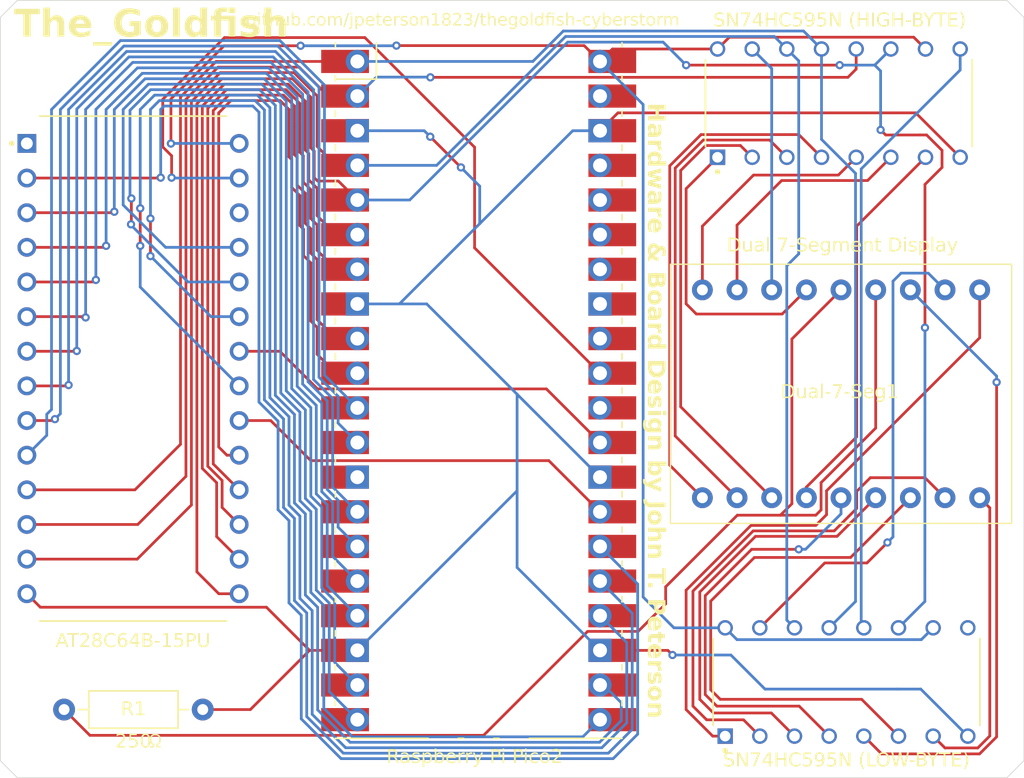
<source format=kicad_pcb>
(kicad_pcb (version 20240108) (generator "pcbnew") (generator_version "8.0")
  (title_block (title "Drako") (date "01/03/2025") (rev "1") (company "Quarter Project") (comment 1 "Access Controls & Covert Channels") (comment 2 "CyberStorm Challenge"))
  (layers (0 "F.Cu" signal) (31 "B.Cu" signal) (34 "B.Paste" user) (35 "F.Paste" user) (36 "B.SilkS" user "B.Silkscreen") (37 "F.SilkS" user "F.Silkscreen") (38 "B.Mask" user) (39 "F.Mask" user) (44 "Edge.Cuts" user))
  (net 0 "")
  (net 1 "Net-(U1-VBUS)")
  (net 8 "Net-(U2-GND)")
  (net 12 "Net-(Dual-7-Seg1-A_{2})")
  (net 13 "Net-(Dual-7-Seg1-F_{1})")
  (net 14 "Net-(Dual-7-Seg1-B_{2})")
  (net 15 "Net-(Dual-7-Seg1-E_{2})")
  (net 16 "Net-(Dual-7-Seg1-G_{2})")
  (net 17 "Net-(Dual-7-Seg1-DP_{1})")
  (net 18 "Net-(Dual-7-Seg1-GND_{1})")
  (net 19 "Net-(Dual-7-Seg1-A_{1})")
  (net 20 "Net-(Dual-7-Seg1-DP_{2})")
  (net 22 "Net-(Dual-7-Seg1-E_{1})")
  (net 23 "Net-(Dual-7-Seg1-C_{2})")
  (net 24 "Net-(Dual-7-Seg1-B_{1})")
  (net 25 "Net-(Dual-7-Seg1-D_{2})")
  (net 26 "Net-(Dual-7-Seg1-D_{1})")
  (net 27 "Net-(Dual-7-Seg1-F_{2})")
  (net 28 "Net-(Dual-7-Seg1-G_{1})")
  (net 29 "/DATA6")
  (net 30 "/DATA0")
  (net 31 "/DATA2")
  (net 32 "/DATA1")
  (net 33 "/DATA4")
  (net 34 "/DATA3")
  (net 35 "/DATA7")
  (net 36 "/DATA5")
  (net 37 "/A1")
  (net 38 "/A5")
  (net 39 "/A12")
  (net 40 "/A7")
  (net 41 "/A3")
  (net 42 "/A11")
  (net 43 "/A9")
  (net 44 "/A10")
  (net 45 "/A8")
  (net 46 "/A0")
  (net 47 "/A2")
  (net 48 "/A4")
  (net 49 "/A6")
  (net 50 "Net-(U1-GPIO26_ADC0)")
  (net 51 "Net-(U1-GPIO21)")
  (net 52 "Net-(U1-GPIO22)")
  (net 53 "Net-(U3-QH')")
  (net 54 "Net-(Dual-7-Seg1-C_{1})")
  (footprint "Resistor_THT:R_Axial_DIN0207_L6.3mm_D2.5mm_P10.16mm_Horizontal" (layer "F.Cu") (at 80.67 99.25)
    (property "Reference" "R1" (hide yes))
    (property "Value" "250")
  )
  (footprint "SN74HC595N:DIP794W45P254L1969H508Q16" (layer "F.Cu") (at 137.44 54.7875 90)
    (property "Reference" "U3" (hide yes))
    (property "Value" "SN74HC595N (HIGH-BYTE)")
  )
  (footprint "AT28C64B-15PU:DIP1555W45P254L3733H482Q28" (layer "F.Cu") (at 85.72125 74.25)
    (property "Reference" "U2" (hide yes))
    (property "Value" "AT28C64B-15PU")
  )
  (footprint "SN74HC595N:DIP794W45P254L1969H508Q16" (layer "F.Cu") (at 138 97.2275 90)
    (property "Reference" "U4" (hide yes))
    (property "Value" "SN74HC595N (LOW-BYTE)")
  )
  (footprint "MCU_RaspberryPi_and_Boards:RPi_Pico_SMD_TH" (layer "F.Cu") (at 111.05 75.86)
    (property "Reference" "U1" (hide yes))
    (property "Value" "Raspberry Pi Pico2")
  )
  (footprint "LDD-C514RI:LDD-C514RI" (layer "F.Cu") (at 125.1 66.6)
    (property "Reference" "Dual-7-Seg1")
    (property "Value" "Dual 7-Segment Display")
  )
  (gr_line (start 76 48.5) (end 77.25 47.25) (stroke (width 0.05)) (layer "Edge.Cuts"))
  (gr_line (start 76 103) (end 77.25 104.25) (stroke (width 0.05)) (layer "Edge.Cuts"))
  (gr_line (start 77.25 104.25) (end 149.75 104.25) (stroke (width 0.05)) (layer "Edge.Cuts"))
  (gr_line (start 149.75 47.25) (end 77.25 47.25) (stroke (width 0.05)) (layer "Edge.Cuts"))
  (gr_line (start 151 103) (end 151 48.5) (stroke (width 0.05)) (layer "Edge.Cuts"))
  (gr_line (start 76 48.5) (end 76 103) (stroke (width 0.05)) (layer "Edge.Cuts"))
  (gr_line (start 149.75 47.25) (end 151 48.5) (stroke (width 0.05)) (layer "Edge.Cuts"))
  (gr_line (start 149.75 104.25) (end 151 103) (stroke (width 0.05)) (layer "Edge.Cuts"))
  (gr_text "Ω" (at 86.775738 102.101017 0) (layer "F.SilkS") (effects (font (size 0.9 0.9) (thickness 0.1)) (justify left bottom)))
  (gr_text "Hardware & Board Design by John T. Peterson" (at 123.25 54.75 270) (layer "F.SilkS") (effects (font (size 1.25 1.25) (thickness 0.2) (bold yes)) (justify left bottom)))
  (gr_text "github.com/jpeterson1823/thegoldfish-cyberstorm" (at 94 49.25 0) (layer "F.SilkS") (effects (font (size 0.9 0.9) (thickness 0.1)) (justify left bottom)))
  (gr_text "The_Goldfish" (at 77 50.25 0) (layer "F.SilkS") (effects (font (size 2 2) (thickness 0.2) (bold yes) (italic yes)) (justify left bottom)))
  (segment (start 142.925 49.9525) (end 143.79 50.8175) (width 0.2) (layer "F.Cu") (net 1))
  (segment (start 105.019942 50.569404) (end 118.779404 50.569404) (width 0.2) (layer "F.Cu") (net 1))
  (segment (start 120.8525 50.8175) (end 128.55 50.8175) (width 0.2) (layer "F.Cu") (net 1))
  (segment (start 98 50.58) (end 92.394514 50.58) (width 0.2) (layer "F.Cu") (net 1))
  (segment (start 92.394514 50.58) (end 88.5 54.474514) (width 0.2) (layer "F.Cu") (net 1))
  (segment (start 88.5 54.474514) (end 88.5 57.75) (width 0.2) (layer "F.Cu") (net 1))
  (segment (start 119.94 51.73) (end 120.8525 50.8175) (width 0.2) (layer "F.Cu") (net 1))
  (segment (start 129.415 49.9525) (end 142.925 49.9525) (width 0.2) (layer "F.Cu") (net 1))
  (segment (start 118.779404 50.569404) (end 119.94 51.73) (width 0.2) (layer "F.Cu") (net 1))
  (segment (start 128.55 50.8175) (end 129.415 49.9525) (width 0.2) (layer "F.Cu") (net 1))
  (via (at 98 50.58) (size 0.6) (drill 0.3) (layers "F.Cu" "B.Cu") (net 1))
  (via (at 105.019942 50.569404) (size 0.6) (drill 0.3) (layers "F.Cu" "B.Cu") (net 1))
  (via (at 88.5 57.75) (size 0.6) (drill 0.3) (layers "F.Cu" "B.Cu") (net 1))
  (segment (start 129.11 93.2575) (end 129.975 94.1225) (width 0.2) (layer "B.Cu") (net 1))
  (segment (start 129.975 94.1225) (end 143.485 94.1225) (width 0.2) (layer "B.Cu") (net 1))
  (segment (start 125.3575 93.2575) (end 123.1 91) (width 0.2) (layer "B.Cu") (net 1))
  (segment (start 105.009346 50.58) (end 105.019942 50.569404) (width 0.2) (layer "B.Cu") (net 1))
  (segment (start 98 50.58) (end 105.009346 50.58) (width 0.2) (layer "B.Cu") (net 1))
  (segment (start 93.5 57.74) (end 88.51 57.74) (width 0.2) (layer "B.Cu") (net 1))
  (segment (start 88.51 57.74) (end 88.5 57.75) (width 0.2) (layer "B.Cu") (net 1))
  (segment (start 123.1 91) (end 123.1 54.89) (width 0.2) (layer "B.Cu") (net 1))
  (segment (start 123.1 54.89) (end 119.94 51.73) (width 0.2) (layer "B.Cu") (net 1))
  (segment (start 143.485 94.1225) (end 144.35 93.2575) (width 0.2) (layer "B.Cu") (net 1))
  (segment (start 129.11 93.2575) (end 125.3575 93.2575) (width 0.2) (layer "B.Cu") (net 1))
  (segment (start 94.32 99.25) (end 90.83 99.25) (width 0.2) (layer "F.Cu") (net 8))
  (segment (start 124.91 94.91) (end 119.94 94.91) (width 0.2) (layer "F.Cu") (net 8))
  (segment (start 95.499 91.749) (end 98.66 94.91) (width 0.2) (layer "F.Cu") (net 8))
  (segment (start 78.9315 91.749) (end 95.499 91.749) (width 0.2) (layer "F.Cu") (net 8))
  (segment (start 98.66 94.91) (end 94.32 99.25) (width 0.2) (layer "F.Cu") (net 8))
  (segment (start 98.66 94.91) (end 102.16 94.91) (width 0.2) (layer "F.Cu") (net 8))
  (segment (start 119.94 56.81) (end 121.25 55.5) (width 0.2) (layer "F.Cu") (net 8))
  (segment (start 107.5 57.25) (end 109.75 59.5) (width 0.2) (layer "F.Cu") (net 8))
  (segment (start 77.9425 90.76) (end 78.9315 91.749) (width 0.2) (layer "F.Cu") (net 8))
  (segment (start 125.25 95.25) (end 124.91 94.91) (width 0.2) (layer "F.Cu") (net 8))
  (segment (start 143.0725 55.5) (end 146.33 58.7575) (width 0.2) (layer "F.Cu") (net 8))
  (segment (start 121.25 55.5) (end 143.0725 55.5) (width 0.2) (layer "F.Cu") (net 8))
  (via (at 125.25 95.25) (size 0.6) (drill 0.3) (layers "F.Cu" "B.Cu") (net 8))
  (via (at 107.5 57.25) (size 0.6) (drill 0.3) (layers "F.Cu" "B.Cu") (net 8))
  (via (at 109.75 59.5) (size 0.6) (drill 0.3) (layers "F.Cu" "B.Cu") (net 8))
  (segment (start 109.75 59.5) (end 111.125 60.875) (width 0.2) (layer "B.Cu") (net 8))
  (segment (start 105.24 69.51) (end 111.125 63.625) (width 0.2) (layer "B.Cu") (net 8))
  (segment (start 102.16 56.81) (end 107.06 56.81) (width 0.2) (layer "B.Cu") (net 8))
  (segment (start 111.125 63.625) (end 117.94 56.81) (width 0.2) (layer "B.Cu") (net 8))
  (segment (start 143.4425 97.75) (end 141.75 97.75) (width 0.2) (layer "B.Cu") (net 8))
  (segment (start 146.89 101.1975) (end 143.4425 97.75) (width 0.2) (layer "B.Cu") (net 8))
  (segment (start 129.526346 95.25) (end 125.25 95.25) (width 0.2) (layer "B.Cu") (net 8))
  (segment (start 113.865 83.205) (end 113.865 88.835) (width 0.2) (layer "B.Cu") (net 8))
  (segment (start 141.75 97.75) (end 132.026346 97.75) (width 0.2) (layer "B.Cu") (net 8))
  (segment (start 117.94 56.81) (end 119.94 56.81) (width 0.2) (layer "B.Cu") (net 8))
  (segment (start 113.865 88.835) (end 119.94 94.91) (width 0.2) (layer "B.Cu") (net 8))
  (segment (start 105.24 69.51) (end 107.24 69.51) (width 0.2) (layer "B.Cu") (net 8))
  (segment (start 107.06 56.81) (end 107.5 57.25) (width 0.2) (layer "B.Cu") (net 8))
  (segment (start 132.026346 97.75) (end 129.526346 95.25) (width 0.2) (layer "B.Cu") (net 8))
  (segment (start 107.24 69.51) (end 113.865 76.135) (width 0.2) (layer "B.Cu") (net 8))
  (segment (start 113.865 83.205) (end 113.865 76.135) (width 0.2) (layer "B.Cu") (net 8))
  (segment (start 113.865 76.135) (end 119.94 82.21) (width 0.2) (layer "B.Cu") (net 8))
  (segment (start 102.16 94.91) (end 113.865 83.205) (width 0.2) (layer "B.Cu") (net 8))
  (segment (start 111.125 60.875) (end 111.125 63.625) (width 0.2) (layer "B.Cu") (net 8))
  (segment (start 102.16 69.51) (end 105.24 69.51) (width 0.2) (layer "B.Cu") (net 8))
  (segment (start 139.5 88.5) (end 141 87) (width 0.2) (layer "F.Cu") (net 12))
  (segment (start 136.4075 88.5) (end 139.5 88.5) (width 0.2) (layer "F.Cu") (net 12))
  (segment (start 131.65 93.2575) (end 136.4075 88.5) (width 0.2) (layer "F.Cu") (net 12))
  (via (at 141 87) (size 0.6) (drill 0.3) (layers "F.Cu" "B.Cu") (net 12))
  (segment (start 142 67.25) (end 143.99 67.25) (width 0.2) (layer "B.Cu") (net 12))
  (segment (start 141 87) (end 141.407159 86.592841) (width 0.2) (layer "B.Cu") (net 12))
  (segment (start 141.407159 67.842841) (end 142 67.25) (width 0.2) (layer "B.Cu") (net 12))
  (segment (start 143.99 67.25) (end 145.22 68.48) (width 0.2) (layer "B.Cu") (net 12))
  (segment (start 141.407159 86.592841) (end 141.407159 67.842841) (width 0.2) (layer "B.Cu") (net 12))
  (segment (start 131.188407 60.061593) (end 127.44 63.81) (width 0.2) (layer "F.Cu") (net 13))
  (segment (start 138.71 58.7575) (end 137.405907 60.061593) (width 0.2) (layer "F.Cu") (net 13))
  (segment (start 127.44 63.81) (end 127.44 68.48) (width 0.2) (layer "F.Cu") (net 13))
  (segment (start 137.405907 60.061593) (end 131.188407 60.061593) (width 0.2) (layer "F.Cu") (net 13))
  (segment (start 136.538 84.962) (end 136.538 83.212) (width 0.2) (layer "F.Cu") (net 14))
  (segment (start 129.11 101.1975) (end 128.1975 101.1975) (width 0.2) (layer "F.Cu") (net 14))
  (segment (start 136.538 83.212) (end 147.76 71.99) (width 0.2) (layer "F.Cu") (net 14))
  (segment (start 147.76 71.99) (end 147.76 68.48) (width 0.2) (layer "F.Cu") (net 14))
  (segment (start 126.25 99.25) (end 126.25 90.5) (width 0.2) (layer "F.Cu") (net 14))
  (segment (start 135.75 85.75) (end 136.538 84.962) (width 0.2) (layer "F.Cu") (net 14))
  (segment (start 126.25 90.5) (end 131 85.75) (width 0.2) (layer "F.Cu") (net 14))
  (segment (start 131 85.75) (end 135.75 85.75) (width 0.2) (layer "F.Cu") (net 14))
  (segment (start 128.1975 101.1975) (end 126.25 99.25) (width 0.2) (layer "F.Cu") (net 14))
  (segment (start 134.5325 99) (end 128.5 99) (width 0.2) (layer "F.Cu") (net 15))
  (segment (start 128.5 99) (end 127.65 98.15) (width 0.2) (layer "F.Cu") (net 15))
  (segment (start 127.65 98.15) (end 127.65 90.9) (width 0.2) (layer "F.Cu") (net 15))
  (segment (start 136.73 101.1975) (end 134.5325 99) (width 0.2) (layer "F.Cu") (net 15))
  (segment (start 131.05 87.5) (end 134.5 87.5) (width 0.2) (layer "F.Cu") (net 15))
  (segment (start 127.65 90.9) (end 131.05 87.5) (width 0.2) (layer "F.Cu") (net 15))
  (via (at 134.5 87.5) (size 0.6) (drill 0.3) (layers "F.Cu" "B.Cu") (net 15))
  (segment (start 134.5 87.5) (end 135 87.5) (width 0.2) (layer "B.Cu") (net 15))
  (segment (start 137.6 84.9) (end 137.6 83.72) (width 0.2) (layer "B.Cu") (net 15))
  (segment (start 135 87.5) (end 137.6 84.9) (width 0.2) (layer "B.Cu") (net 15))
  (segment (start 138.3 88.1) (end 142.68 83.72) (width 0.2) (layer "F.Cu") (net 16))
  (segment (start 139.1125 98.5) (end 128.75 98.5) (width 0.2) (layer "F.Cu") (net 16))
  (segment (start 141.81 101.1975) (end 139.1125 98.5) (width 0.2) (layer "F.Cu") (net 16))
  (segment (start 128.05 91.3) (end 131.25 88.1) (width 0.2) (layer "F.Cu") (net 16))
  (segment (start 128.75 98.5) (end 128.05 97.8) (width 0.2) (layer "F.Cu") (net 16))
  (segment (start 131.25 88.1) (end 138.3 88.1) (width 0.2) (layer "F.Cu") (net 16))
  (segment (start 128.05 97.8) (end 128.05 91.3) (width 0.2) (layer "F.Cu") (net 16))
  (segment (start 143.79 58.7575) (end 138.75 63.7975) (width 0.2) (layer "F.Cu") (net 17))
  (segment (start 135.06 82.94) (end 135.06 83.72) (width 0.2) (layer "F.Cu") (net 17))
  (segment (start 138.75 63.7975) (end 138.75 79.25) (width 0.2) (layer "F.Cu") (net 17))
  (segment (start 138.75 79.25) (end 135.06 82.94) (width 0.2) (layer "F.Cu") (net 17))
  (segment (start 133.998 84.159895) (end 133.998 72.082) (width 0.2) (layer "F.Cu") (net 18))
  (segment (start 124.75 90.25) (end 130 85) (width 0.2) (layer "F.Cu") (net 18))
  (segment (start 130 85) (end 133.157895 85) (width 0.2) (layer "F.Cu") (net 18))
  (segment (start 124.75 91.5) (end 124.75 90.25) (width 0.2) (layer "F.Cu") (net 18))
  (segment (start 136.138 84.612) (end 136.138 82.612) (width 0.2) (layer "F.Cu") (net 18))
  (segment (start 122.73 93.52) (end 124.75 91.5) (width 0.2) (layer "F.Cu") (net 18))
  (segment (start 135.75 85) (end 136.138 84.612) (width 0.2) (layer "F.Cu") (net 18))
  (segment (start 140.14 78.61) (end 140.14 68.48) (width 0.2) (layer "F.Cu") (net 18))
  (segment (start 119.03 93.52) (end 122.73 93.52) (width 0.2) (layer "F.Cu") (net 18))
  (segment (start 133.157895 85) (end 135.75 85) (width 0.2) (layer "F.Cu") (net 18))
  (segment (start 111.41 101.14) (end 119.03 93.52) (width 0.2) (layer "F.Cu") (net 18))
  (segment (start 80.67 99.25) (end 82.56 101.14) (width 0.2) (layer "F.Cu") (net 18))
  (segment (start 133.998 72.082) (end 137.6 68.48) (width 0.2) (layer "F.Cu") (net 18))
  (segment (start 82.56 101.14) (end 111.41 101.14) (width 0.2) (layer "F.Cu") (net 18))
  (segment (start 136.138 82.612) (end 140.14 78.61) (width 0.2) (layer "F.Cu") (net 18))
  (segment (start 133.157895 85) (end 133.998 84.159895) (width 0.2) (layer "F.Cu") (net 18))
  (segment (start 131.09 50.8175) (end 132.52 52.2475) (width 0.2) (layer "B.Cu") (net 19))
  (segment (start 132.52 52.2475) (end 132.52 68.48) (width 0.2) (layer "B.Cu") (net 19))
  (segment (start 148.5 84.46) (end 147.76 83.72) (width 0.2) (layer "F.Cu") (net 20))
  (segment (start 144.35 101.1975) (end 145.215 102.0625) (width 0.2) (layer "F.Cu") (net 20))
  (segment (start 148.5 101.184314) (end 148.5 84.46) (width 0.2) (layer "F.Cu") (net 20))
  (segment (start 147.621814 102.0625) (end 148.5 101.184314) (width 0.2) (layer "F.Cu") (net 20))
  (segment (start 145.215 102.0625) (end 147.621814 102.0625) (width 0.2) (layer "F.Cu") (net 20))
  (segment (start 136.17 58.7575) (end 134.505 57.0925) (width 0.2) (layer "F.Cu") (net 22))
  (segment (start 127.341814 57.0925) (end 125.05 59.384315) (width 0.2) (layer "F.Cu") (net 22))
  (segment (start 125.05 59.384315) (end 125.05 81.33) (width 0.2) (layer "F.Cu") (net 22))
  (segment (start 134.505 57.0925) (end 127.341814 57.0925) (width 0.2) (layer "F.Cu") (net 22))
  (segment (start 125.05 81.33) (end 127.44 83.72) (width 0.2) (layer "F.Cu") (net 22))
  (segment (start 137.1 86.15) (end 138.75 84.5) (width 0.2) (layer "F.Cu") (net 23))
  (segment (start 126.75 90.565686) (end 131.165686 86.15) (width 0.2) (layer "F.Cu") (net 23))
  (segment (start 131.65 101.1975) (end 130.4525 100) (width 0.2) (layer "F.Cu") (net 23))
  (segment (start 131.165686 86.15) (end 137.1 86.15) (width 0.2) (layer "F.Cu") (net 23))
  (segment (start 138.75 84.5) (end 138.75 83.25) (width 0.2) (layer "F.Cu") (net 23))
  (segment (start 130.4525 100) (end 127.75 100) (width 0.2) (layer "F.Cu") (net 23))
  (segment (start 138.75 83.25) (end 139.75 82.25) (width 0.2) (layer "F.Cu") (net 23))
  (segment (start 127.75 100) (end 126.75 99) (width 0.2) (layer "F.Cu") (net 23))
  (segment (start 126.75 99) (end 126.75 90.565686) (width 0.2) (layer "F.Cu") (net 23))
  (segment (start 143.75 82.25) (end 145.22 83.72) (width 0.2) (layer "F.Cu") (net 23))
  (segment (start 139.75 82.25) (end 143.75 82.25) (width 0.2) (layer "F.Cu") (net 23))
  (segment (start 126.25 69.5) (end 127 70.25) (width 0.2) (layer "F.Cu") (net 24))
  (segment (start 128.55 58.7575) (end 126.25 61.0575) (width 0.2) (layer "F.Cu") (net 24))
  (segment (start 127 70.25) (end 133.29 70.25) (width 0.2) (layer "F.Cu") (net 24))
  (segment (start 133.29 70.25) (end 135.06 68.48) (width 0.2) (layer "F.Cu") (net 24))
  (segment (start 126.25 61.0575) (end 126.25 69.5) (width 0.2) (layer "F.Cu") (net 24))
  (segment (start 134.19 101.1975) (end 132.4925 99.5) (width 0.2) (layer "F.Cu") (net 25))
  (segment (start 127.25 98.5) (end 127.25 90.631372) (width 0.2) (layer "F.Cu") (net 25))
  (segment (start 131.331372 86.55) (end 137.31 86.55) (width 0.2) (layer "F.Cu") (net 25))
  (segment (start 132.4925 99.5) (end 128.25 99.5) (width 0.2) (layer "F.Cu") (net 25))
  (segment (start 127.25 90.631372) (end 131.331372 86.55) (width 0.2) (layer "F.Cu") (net 25))
  (segment (start 128.25 99.5) (end 127.25 98.5) (width 0.2) (layer "F.Cu") (net 25))
  (segment (start 137.31 86.55) (end 140.14 83.72) (width 0.2) (layer "F.Cu") (net 25))
  (segment (start 132.365 57.4925) (end 127.5075 57.4925) (width 0.2) (layer "F.Cu") (net 26))
  (segment (start 125.45 79.19) (end 129.98 83.72) (width 0.2) (layer "F.Cu") (net 26))
  (segment (start 125.45 59.55) (end 125.45 79.19) (width 0.2) (layer "F.Cu") (net 26))
  (segment (start 127.5075 57.4925) (end 125.45 59.55) (width 0.2) (layer "F.Cu") (net 26))
  (segment (start 133.63 58.7575) (end 132.365 57.4925) (width 0.2) (layer "F.Cu") (net 26))
  (segment (start 140.5725 102.5) (end 147 102.5) (width 0.2) (layer "F.Cu") (net 27))
  (segment (start 147.75 102.5) (end 149 101.25) (width 0.2) (layer "F.Cu") (net 27))
  (segment (start 139.27 101.1975) (end 140.5725 102.5) (width 0.2) (layer "F.Cu") (net 27))
  (segment (start 149 101.25) (end 149 75.25) (width 0.2) (layer "F.Cu") (net 27))
  (segment (start 147 102.5) (end 147.75 102.5) (width 0.2) (layer "F.Cu") (net 27))
  (via (at 149 75.25) (size 0.6) (drill 0.3) (layers "F.Cu" "B.Cu") (net 27))
  (segment (start 149 75.25) (end 149 74.8) (width 0.2) (layer "B.Cu") (net 27))
  (segment (start 149 74.8) (end 142.68 68.48) (width 0.2) (layer "B.Cu") (net 27))
  (segment (start 139.545907 60.461593) (end 133.25 60.461593) (width 0.2) (layer "F.Cu") (net 28))
  (segment (start 129.98 63.731593) (end 129.98 68.48) (width 0.2) (layer "F.Cu") (net 28))
  (segment (start 133.25 60.461593) (end 129.98 63.731593) (width 0.2) (layer "F.Cu") (net 28))
  (segment (start 141.25 58.7575) (end 139.545907 60.461593) (width 0.2) (layer "F.Cu") (net 28))
  (segment (start 98.75 64) (end 98.35 63.6) (width 0.2) (layer "F.Cu") (net 29))
  (segment (start 92.734314 54.2) (end 91.6 55.334314) (width 0.2) (layer "F.Cu") (net 29))
  (segment (start 98.35 63.6) (end 98.35 61.4) (width 0.2) (layer "F.Cu") (net 29))
  (segment (start 96.75 54.2) (end 92.734314 54.2) (width 0.2) (layer "F.Cu") (net 29))
  (segment (start 91.6 55.334314) (end 91.6 81.24) (width 0.2) (layer "F.Cu") (net 29))
  (segment (start 97.55 58.562741) (end 97.55 55) (width 0.2) (layer "F.Cu") (net 29))
  (segment (start 99.21 66.25) (end 98.75 65.79) (width 0.2) (layer "F.Cu") (net 29))
  (segment (start 100.6 72.05) (end 99.21 70.66) (width 0.2) (layer "F.Cu") (net 29))
  (segment (start 97.75 60.8) (end 97.75 58.762741) (width 0.2) (layer "F.Cu") (net 29))
  (segment (start 91.6 81.24) (end 93.5 83.14) (width 0.2) (layer "F.Cu") (net 29))
  (segment (start 97.55 55) (end 96.75 54.2) (width 0.2) (layer "F.Cu") (net 29))
  (segment (start 98.35 61.4) (end 97.75 60.8) (width 0.2) (layer "F.Cu") (net 29))
  (segment (start 97.75 58.762741) (end 97.55 58.562741) (width 0.2) (layer "F.Cu") (net 29))
  (segment (start 102.16 72.05) (end 100.6 72.05) (width 0.2) (layer "F.Cu") (net 29))
  (segment (start 98.75 65.79) (end 98.75 64) (width 0.2) (layer "F.Cu") (net 29))
  (segment (start 99.21 70.66) (end 99.21 66.25) (width 0.2) (layer "F.Cu") (net 29))
  (segment (start 85.86 83.14) (end 89.2 79.8) (width 0.2) (layer "F.Cu") (net 30))
  (segment (start 77.9425 83.14) (end 85.86 83.14) (width 0.2) (layer "F.Cu") (net 30))
  (segment (start 89.2 54.340199) (end 91.810199 51.73) (width 0.2) (layer "F.Cu") (net 30))
  (segment (start 89.2 79.8) (end 89.2 54.340199) (width 0.2) (layer "F.Cu") (net 30))
  (segment (start 91.810199 51.73) (end 102.16 51.73) (width 0.2) (layer "F.Cu") (net 30))
  (segment (start 115.02 51.73) (end 117.25 49.5) (width 0.2) (layer "B.Cu") (net 30))
  (segment (start 136.73 93.2575) (end 138.662 91.3255) (width 0.2) (layer "B.Cu") (net 30))
  (segment (start 138.662 59.932795) (end 136.17 57.440795) (width 0.2) (layer "B.Cu") (net 30))
  (segment (start 117.25 49.5) (end 134.8525 49.5) (width 0.2) (layer "B.Cu") (net 30))
  (segment (start 136.17 57.440795) (end 136.17 50.8175) (width 0.2) (layer "B.Cu") (net 30))
  (segment (start 102.16 51.73) (end 115.02 51.73) (width 0.2) (layer "B.Cu") (net 30))
  (segment (start 138.662 91.3255) (end 138.662 59.932795) (width 0.2) (layer "B.Cu") (net 30))
  (segment (start 134.8525 49.5) (end 136.17 50.8175) (width 0.2) (layer "B.Cu") (net 30))
  (segment (start 90 54.671571) (end 92.121571 52.55) (width 0.2) (layer "F.Cu") (net 31))
  (segment (start 97.51 52.55) (end 99.21 54.25) (width 0.2) (layer "F.Cu") (net 31))
  (segment (start 99.21 57.96) (end 100.6 59.35) (width 0.2) (layer "F.Cu") (net 31))
  (segment (start 86.03 88.22) (end 90 84.25) (width 0.2) (layer "F.Cu") (net 31))
  (segment (start 100.6 59.35) (end 102.16 59.35) (width 0.2) (layer "F.Cu") (net 31))
  (segment (start 92.121571 52.55) (end 97.51 52.55) (width 0.2) (layer "F.Cu") (net 31))
  (segment (start 99.21 54.25) (end 99.21 57.96) (width 0.2) (layer "F.Cu") (net 31))
  (segment (start 90 84.25) (end 90 54.671571) (width 0.2) (layer "F.Cu") (net 31))
  (segment (start 77.9425 88.22) (end 86.03 88.22) (width 0.2) (layer "F.Cu") (net 31))
  (segment (start 133.625 92.6925) (end 133.625 66.713) (width 0.2) (layer "B.Cu") (net 31))
  (segment (start 134.19 93.2575) (end 133.625 92.6925) (width 0.2) (layer "B.Cu") (net 31))
  (segment (start 133.625 66.713) (end 134.5 65.838) (width 0.2) (layer "B.Cu") (net 31))
  (segment (start 134.5 65.838) (end 134.5 51.6875) (width 0.2) (layer "B.Cu") (net 31))
  (segment (start 134.5 51.6875) (end 133.63 50.8175) (width 0.2) (layer "B.Cu") (net 31))
  (segment (start 117.415686 49.9) (end 107.965686 59.35) (width 0.2) (layer "B.Cu") (net 31))
  (segment (start 107.965686 59.35) (end 102.16 59.35) (width 0.2) (layer "B.Cu") (net 31))
  (segment (start 133.63 50.8175) (end 132.7125 49.9) (width 0.2) (layer "B.Cu") (net 31))
  (segment (start 132.7125 49.9) (end 117.415686 49.9) (width 0.2) (layer "B.Cu") (net 31))
  (segment (start 89.6 82.15) (end 89.6 54.505885) (width 0.2) (layer "F.Cu") (net 32))
  (segment (start 91.955886 52.15) (end 97.9 52.15) (width 0.2) (layer "F.Cu") (net 32))
  (segment (start 77.9425 85.68) (end 86.07 85.68) (width 0.2) (layer "F.Cu") (net 32))
  (segment (start 138.105605 52.894395) (end 138.71 52.29) (width 0.2) (layer "F.Cu") (net 32))
  (segment (start 97.9 52.15) (end 100.02 54.27) (width 0.2) (layer "F.Cu") (net 32))
  (segment (start 107.510172 52.894395) (end 138.105605 52.894395) (width 0.2) (layer "F.Cu") (net 32))
  (segment (start 100.02 54.27) (end 102.16 54.27) (width 0.2) (layer "F.Cu") (net 32))
  (segment (start 89.6 54.505885) (end 91.955886 52.15) (width 0.2) (layer "F.Cu") (net 32))
  (segment (start 138.71 52.29) (end 138.71 50.8175) (width 0.2) (layer "F.Cu") (net 32))
  (segment (start 86.07 85.68) (end 89.6 82.15) (width 0.2) (layer "F.Cu") (net 32))
  (via (at 107.510172 52.894395) (size 0.6) (drill 0.3) (layers "F.Cu" "B.Cu") (net 32))
  (segment (start 107.495777 52.88) (end 107.510172 52.894395) (width 0.2) (layer "B.Cu") (net 32))
  (segment (start 103.55 52.88) (end 107.495777 52.88) (width 0.2) (layer "B.Cu") (net 32))
  (segment (start 102.16 54.27) (end 103.55 52.88) (width 0.2) (layer "B.Cu") (net 32))
  (segment (start 98.6 58.481372) (end 98.6 60.415685) (width 0.2) (layer "F.Cu") (net 33))
  (segment (start 93.5 88.22) (end 91.85 86.57) (width 0.2) (layer "F.Cu") (net 33))
  (segment (start 91.85 86.57) (end 91.85 82.621372) (width 0.2) (layer "F.Cu") (net 33))
  (segment (start 92.402943 53.4) (end 97.1 53.4) (width 0.2) (layer "F.Cu") (net 33))
  (segment (start 99.21 63.04) (end 100.6 64.43) (width 0.2) (layer "F.Cu") (net 33))
  (segment (start 90.8 81.571371) (end 90.8 55.002943) (width 0.2) (layer "F.Cu") (net 33))
  (segment (start 100.6 64.43) (end 102.16 64.43) (width 0.2) (layer "F.Cu") (net 33))
  (segment (start 97.1 53.4) (end 98.35 54.65) (width 0.2) (layer "F.Cu") (net 33))
  (segment (start 90.8 55.002943) (end 92.402943 53.4) (width 0.2) (layer "F.Cu") (net 33))
  (segment (start 99.21 61) (end 99.21 63.04) (width 0.2) (layer "F.Cu") (net 33))
  (segment (start 99.184315 61) (end 99.21 61) (width 0.2) (layer "F.Cu") (net 33))
  (segment (start 91.85 82.621372) (end 90.8 81.571371) (width 0.2) (layer "F.Cu") (net 33))
  (segment (start 98.35 54.65) (end 98.35 58.231371) (width 0.2) (layer "F.Cu") (net 33))
  (segment (start 98.35 58.231371) (end 98.6 58.481372) (width 0.2) (layer "F.Cu") (net 33))
  (segment (start 98.6 60.415685) (end 99.184315 61) (width 0.2) (layer "F.Cu") (net 33))
  (segment (start 143.75 60.75) (end 145 59.5) (width 0.2) (layer "F.Cu") (net 34))
  (segment (start 145 58.25) (end 143.872102 57.122102) (width 0.2) (layer "F.Cu") (net 34))
  (segment (start 99 58.315686) (end 99 60.25) (width 0.2) (layer "F.Cu") (net 34))
  (segment (start 97.394314 53) (end 98.75 54.355686) (width 0.2) (layer "F.Cu") (net 34))
  (segment (start 99 60.25) (end 99.25 60.5) (width 0.2) (layer "F.Cu") (net 34))
  (segment (start 90.4 89.15) (end 90.4 54.837257) (width 0.2) (layer "F.Cu") (net 34))
  (segment (start 92.01 90.76) (end 90.4 89.15) (width 0.2) (layer "F.Cu") (net 34))
  (segment (start 93.5 90.76) (end 92.01 90.76) (width 0.2) (layer "F.Cu") (net 34))
  (segment (start 143.377898 57.122102) (end 140.872102 57.122102) (width 0.2) (layer "F.Cu") (net 34))
  (segment (start 92.237258 53) (end 97.394314 53) (width 0.2) (layer "F.Cu") (net 34))
  (segment (start 90.4 54.837257) (end 92.237258 53) (width 0.2) (layer "F.Cu") (net 34))
  (segment (start 98.75 54.355686) (end 98.75 58.065686) (width 0.2) (layer "F.Cu") (net 34))
  (segment (start 140.872102 57.122102) (end 140.5 56.75) (width 0.2) (layer "F.Cu") (net 34))
  (segment (start 99.25 60.5) (end 100.77 60.5) (width 0.2) (layer "F.Cu") (net 34))
  (segment (start 98.75 58.065686) (end 99 58.315686) (width 0.2) (layer "F.Cu") (net 34))
  (segment (start 143.872102 57.122102) (end 143.377898 57.122102) (width 0.2) (layer "F.Cu") (net 34))
  (segment (start 126.25 52) (end 137.5 52) (width 0.2) (layer "F.Cu") (net 34))
  (segment (start 145 59.5) (end 145 58.25) (width 0.2) (layer "F.Cu") (net 34))
  (segment (start 100.77 60.5) (end 102.16 61.89) (width 0.2) (layer "F.Cu") (net 34))
  (segment (start 143.75 71.25) (end 143.75 60.75) (width 0.2) (layer "F.Cu") (net 34))
  (via (at 143.75 71.25) (size 0.6) (drill 0.3) (layers "F.Cu" "B.Cu") (net 34))
  (via (at 137.5 52) (size 0.6) (drill 0.3) (layers "F.Cu" "B.Cu") (net 34))
  (via (at 126.25 52) (size 0.6) (drill 0.3) (layers "F.Cu" "B.Cu") (net 34))
  (via (at 140.5 56.75) (size 0.6) (drill 0.3) (layers "F.Cu" "B.Cu") (net 34))
  (segment (start 137.5 52) (end 140.0675 52) (width 0.2) (layer "B.Cu") (net 34))
  (segment (start 102.16 61.89) (end 105.991372 61.89) (width 0.2) (layer "B.Cu") (net 34))
  (segment (start 140.5 56.75) (end 140.5 52.4325) (width 0.2) (layer "B.Cu") (net 34))
  (segment (start 141.81 93.2575) (end 143.742 91.3255) (width 0.2) (layer "B.Cu") (net 34))
  (segment (start 124.565686 50.315686) (end 126.25 52) (width 0.2) (layer "B.Cu") (net 34))
  (segment (start 140.0675 52) (end 141.25 50.8175) (width 0.2) (layer "B.Cu") (net 34))
  (segment (start 105.991372 61.89) (end 117.565686 50.315686) (width 0.2) (layer "B.Cu") (net 34))
  (segment (start 143.75 71.25) (end 143.742 71.258) (width 0.2) (layer "B.Cu") (net 34))
  (segment (start 117.565686 50.315686) (end 124.565686 50.315686) (width 0.2) (layer "B.Cu") (net 34))
  (segment (start 140.5 52.4325) (end 140.0675 52) (width 0.2) (layer "B.Cu") (net 34))
  (segment (start 143.742 91.3255) (end 143.75 71.25) (width 0.2) (layer "B.Cu") (net 34))
  (segment (start 92.9 54.6) (end 92 55.5) (width 0.2) (layer "F.Cu") (net 35))
  (segment (start 92.6 80.6) (end 93.5 80.6) (width 0.2) (layer "F.Cu") (net 35))
  (segment (start 92 55.5) (end 92 80) (width 0.2) (layer "F.Cu") (net 35))
  (segment (start 92 80) (end 92.6 80.6) (width 0.2) (layer "F.Cu") (net 35))
  (segment (start 100.6 74.59) (end 99.21 73.2) (width 0.2) (layer "F.Cu") (net 35))
  (segment (start 97.35 60.965685) (end 97.35 58.928427) (width 0.2) (layer "F.Cu") (net 35))
  (segment (start 102.16 74.59) (end 100.6 74.59) (width 0.2) (layer "F.Cu") (net 35))
  (segment (start 96.5 54.6) (end 92.9 54.6) (width 0.2) (layer "F.Cu") (net 35))
  (segment (start 99.21 71.225686) (end 98.75 70.765685) (width 0.2) (layer "F.Cu") (net 35))
  (segment (start 97.95 63.765685) (end 97.95 61.565686) (width 0.2) (layer "F.Cu") (net 35))
  (segment (start 97.35 58.928427) (end 97.15 58.728426) (width 0.2) (layer "F.Cu") (net 35))
  (segment (start 98.217157 64.032843) (end 97.95 63.765685) (width 0.2) (layer "F.Cu") (net 35))
  (segment (start 97.15 55.25) (end 96.5 54.6) (width 0.2) (layer "F.Cu") (net 35))
  (segment (start 97.15 58.728426) (end 97.15 55.25) (width 0.2) (layer "F.Cu") (net 35))
  (segment (start 98.75 70.765685) (end 98.75 66.5) (width 0.2) (layer "F.Cu") (net 35))
  (segment (start 97.95 61.565686) (end 97.35 60.965685) (width 0.2) (layer "F.Cu") (net 35))
  (segment (start 99.21 73.2) (end 99.21 71.225686) (width 0.2) (layer "F.Cu") (net 35))
  (segment (start 98.75 66.5) (end 98.217157 65.967157) (width 0.2) (layer "F.Cu") (net 35))
  (segment (start 98.217157 65.967157) (end 98.217157 64.032843) (width 0.2) (layer "F.Cu") (net 35))
  (segment (start 91.2 81.405686) (end 92.25 82.455686) (width 0.2) (layer "F.Cu") (net 36))
  (segment (start 102.16 66.97) (end 100.6 66.97) (width 0.2) (layer "F.Cu") (net 36))
  (segment (start 91.2 55.168629) (end 91.2 81.405686) (width 0.2) (layer "F.Cu") (net 36))
  (segment (start 98.75 63.25) (end 98.75 61.131371) (width 0.2) (layer "F.Cu") (net 36))
  (segment (start 99.21 63.71) (end 98.75 63.25) (width 0.2) (layer "F.Cu") (net 36))
  (segment (start 97.95 54.815686) (end 96.934314 53.8) (width 0.2) (layer "F.Cu") (net 36))
  (segment (start 97.95 58.397056) (end 97.95 54.815686) (width 0.2) (layer "F.Cu") (net 36))
  (segment (start 98.2 60.58137) (end 98.2 58.647057) (width 0.2) (layer "F.Cu") (net 36))
  (segment (start 100.6 66.97) (end 99.21 65.58) (width 0.2) (layer "F.Cu") (net 36))
  (segment (start 98.2 58.647057) (end 97.95 58.397056) (width 0.2) (layer "F.Cu") (net 36))
  (segment (start 92.25 84.43) (end 93.5 85.68) (width 0.2) (layer "F.Cu") (net 36))
  (segment (start 98.75 61.131371) (end 98.2 60.58137) (width 0.2) (layer "F.Cu") (net 36))
  (segment (start 99.21 65.58) (end 99.21 63.71) (width 0.2) (layer "F.Cu") (net 36))
  (segment (start 92.568628 53.8) (end 91.2 55.168629) (width 0.2) (layer "F.Cu") (net 36))
  (segment (start 92.25 82.455686) (end 92.25 84.43) (width 0.2) (layer "F.Cu") (net 36))
  (segment (start 96.934314 53.8) (end 92.568628 53.8) (width 0.2) (layer "F.Cu") (net 36))
  (segment (start 79.8975 78.06) (end 77.9425 78.06) (width 0.2) (layer "F.Cu") (net 37))
  (segment (start 80 77.9575) (end 79.8975 78.06) (width 0.2) (layer "F.Cu") (net 37))
  (via (at 80 77.9575) (size 0.6) (drill 0.3) (layers "F.Cu" "B.Cu") (net 37))
  (segment (start 80.4 55.25) (end 80.4 77.5575) (width 0.2) (layer "B.Cu") (net 37))
  (segment (start 96.322535 50.6) (end 85.05 50.6) (width 0.2) (layer "B.Cu") (net 37))
  (segment (start 85.05 50.6) (end 80.4 55.25) (width 0.2) (layer "B.Cu") (net 37))
  (segment (start 100.75 76.285686) (end 99.35 74.885686) (width 0.2) (layer "B.Cu") (net 37))
  (segment (start 102.16 79.66) (end 100.75 78.25) (width 0.2) (layer "B.Cu") (net 37))
  (segment (start 100.75 78.25) (end 100.75 76.285686) (width 0.2) (layer "B.Cu") (net 37))
  (segment (start 99.35 74.885686) (end 99.35 53.627463) (width 0.2) (layer "B.Cu") (net 37))
  (segment (start 102.16 79.67) (end 102.16 79.66) (width 0.2) (layer "B.Cu") (net 37))
  (segment (start 80.4 77.5575) (end 80 77.9575) (width 0.2) (layer "B.Cu") (net 37))
  (segment (start 99.35 53.627463) (end 96.322535 50.6) (width 0.2) (layer "B.Cu") (net 37))
  (segment (start 83 67.75) (end 82.85 67.9) (width 0.2) (layer "F.Cu") (net 38))
  (segment (start 82.85 67.9) (end 77.9425 67.9) (width 0.2) (layer "F.Cu") (net 38))
  (via (at 83 67.75) (size 0.6) (drill 0.3) (layers "F.Cu" "B.Cu") (net 38))
  (segment (start 97.75 75.548426) (end 99.15 76.948427) (width 0.2) (layer "B.Cu") (net 38))
  (segment (start 99.95 90.16) (end 102.16 92.37) (width 0.2) (layer "B.Cu") (net 38))
  (segment (start 95.659795 52.2) (end 97.749996 54.290198) (width 0.2) (layer "B.Cu") (net 38))
  (segment (start 97.749996 54.290198) (end 97.75 56.5) (width 0.2) (layer "B.Cu") (net 38))
  (segment (start 99.15 83.437055) (end 99.95 84.237057) (width 0.2) (layer "B.Cu") (net 38))
  (segment (start 83 55.25) (end 86.05 52.2) (width 0.2) (layer "B.Cu") (net 38))
  (segment (start 99.15 76.948427) (end 99.15 83.437055) (width 0.2) (layer "B.Cu") (net 38))
  (segment (start 83 67.75) (end 83 55.25) (width 0.2) (layer "B.Cu") (net 38))
  (segment (start 99.95 84.237057) (end 99.95 90.16) (width 0.2) (layer "B.Cu") (net 38))
  (segment (start 86.05 52.2) (end 95.659795 52.2) (width 0.2) (layer "B.Cu") (net 38))
  (segment (start 97.75 56.5) (end 97.75 75.548426) (width 0.2) (layer "B.Cu") (net 38))
  (segment (start 87.75 60.25) (end 87.5 60.25) (width 0.2) (layer "F.Cu") (net 39))
  (segment (start 87.5 60.25) (end 87.47 60.28) (width 0.2) (layer "F.Cu") (net 39))
  (segment (start 87.47 60.28) (end 77.9425 60.28) (width 0.2) (layer "F.Cu") (net 39))
  (via (at 87.75 60.25) (size 0.6) (drill 0.3) (layers "F.Cu" "B.Cu") (net 39))
  (segment (start 98.05 99.93137) (end 98.05 92.331372) (width 0.2) (layer "B.Cu") (net 39))
  (segment (start 94.95 55.45) (end 94.5 55) (width 0.2) (layer "B.Cu") (net 39))
  (segment (start 122.7 101.05) (end 120.9 102.85) (width 0.2) (layer "B.Cu") (net 39))
  (segment (start 97.15 91.43137) (end 97.15 85.396852) (width 0.2) (layer "B.Cu") (net 39))
  (segment (start 96.35 78.108224) (end 94.95 76.708221) (width 0.2) (layer "B.Cu") (net 39))
  (segment (start 94.5 55) (end 88 55) (width 0.2) (layer "B.Cu") (net 39))
  (segment (start 87.75 55.25) (end 87.75 60.25) (width 0.2) (layer "B.Cu") (net 39))
  (segment (start 98.05 92.331372) (end 97.15 91.43137) (width 0.2) (layer "B.Cu") (net 39))
  (segment (start 122.7 90.05) (end 122.7 101.05) (width 0.2) (layer "B.Cu") (net 39))
  (segment (start 120.9 102.85) (end 100.968628 102.85) (width 0.2) (layer "B.Cu") (net 39))
  (segment (start 97.15 85.396852) (end 96.35 84.59685) (width 0.2) (layer "B.Cu") (net 39))
  (segment (start 119.94 87.29) (end 122.7 90.05) (width 0.2) (layer "B.Cu") (net 39))
  (segment (start 94.95 76.708221) (end 94.95 55.45) (width 0.2) (layer "B.Cu") (net 39))
  (segment (start 88 55) (end 87.75 55.25) (width 0.2) (layer "B.Cu") (net 39))
  (segment (start 96.35 84.59685) (end 96.35 78.108224) (width 0.2) (layer "B.Cu") (net 39))
  (segment (start 100.968628 102.85) (end 98.05 99.93137) (width 0.2) (layer "B.Cu") (net 39))
  (segment (start 84.35 62.75) (end 84.28 62.82) (width 0.2) (layer "F.Cu") (net 40))
  (segment (start 84.28 62.82) (end 77.9425 62.82) (width 0.2) (layer "F.Cu") (net 40))
  (via (at 84.35 62.75) (size 0.6) (drill 0.3) (layers "F.Cu" "B.Cu") (net 40))
  (segment (start 98.35 83.768425) (end 99.15 84.568426) (width 0.2) (layer "B.Cu") (net 40))
  (segment (start 95.328425 53) (end 96.949998 54.62157) (width 0.2) (layer "B.Cu") (net 40))
  (segment (start 99.15 90.49137) (end 100.1 91.441372) (width 0.2) (layer "B.Cu") (net 40))
  (segment (start 84.35 55.25) (end 86.6 53) (width 0.2) (layer "B.Cu") (net 40))
  (segment (start 98.35 77.279799) (end 98.35 83.768425) (width 0.2) (layer "B.Cu") (net 40))
  (segment (start 99.15 84.568426) (end 99.15 90.49137) (width 0.2) (layer "B.Cu") (net 40))
  (segment (start 84.35 62.75) (end 84.35 55.25) (width 0.2) (layer "B.Cu") (net 40))
  (segment (start 96.95 75.879796) (end 98.35 77.279799) (width 0.2) (layer "B.Cu") (net 40))
  (segment (start 100.1 97.93) (end 102.16 99.99) (width 0.2) (layer "B.Cu") (net 40))
  (segment (start 96.949998 54.62157) (end 96.95 75.879796) (width 0.2) (layer "B.Cu") (net 40))
  (segment (start 86.6 53) (end 95.328425 53) (width 0.2) (layer "B.Cu") (net 40))
  (segment (start 100.1 91.441372) (end 100.1 97.93) (width 0.2) (layer "B.Cu") (net 40))
  (segment (start 81.5775 72.98) (end 77.9425 72.98) (width 0.2) (layer "F.Cu") (net 41))
  (segment (start 81.6 72.9575) (end 81.5775 72.98) (width 0.2) (layer "F.Cu") (net 41))
  (via (at 81.6 72.9575) (size 0.6) (drill 0.3) (layers "F.Cu" "B.Cu") (net 41))
  (segment (start 99.95 76.617056) (end 99.95 83.105685) (width 0.2) (layer "B.Cu") (net 41))
  (segment (start 98.55 53.958835) (end 98.55 75.217056) (width 0.2) (layer "B.Cu") (net 41))
  (segment (start 81.6 72.9575) (end 81.6 55.215686) (width 0.2) (layer "B.Cu") (net 41))
  (segment (start 95.991165 51.4) (end 98.55 53.958835) (width 0.2) (layer "B.Cu") (net 41))
  (segment (start 99.95 83.105685) (end 100.75 83.905685) (width 0.2) (layer "B.Cu") (net 41))
  (segment (start 85.415686 51.4) (end 95.991165 51.4) (width 0.2) (layer "B.Cu") (net 41))
  (segment (start 100.75 83.905685) (end 100.75 85.88) (width 0.2) (layer "B.Cu") (net 41))
  (segment (start 98.55 75.217056) (end 99.95 76.617056) (width 0.2) (layer "B.Cu") (net 41))
  (segment (start 100.75 85.88) (end 102.16 87.29) (width 0.2) (layer "B.Cu") (net 41))
  (segment (start 81.6 55.215686) (end 85.415686 51.4) (width 0.2) (layer "B.Cu") (net 41))
  (segment (start 87 66) (end 87 63.25) (width 0.2) (layer "F.Cu") (net 42))
  (via (at 87 66) (size 0.6) (drill 0.3) (layers "F.Cu" "B.Cu") (net 42))
  (via (at 87 63.25) (size 0.6) (drill 0.3) (layers "F.Cu" "B.Cu") (net 42))
  (segment (start 119.94 89.83) (end 122.3 92.19) (width 0.2) (layer "B.Cu") (net 42))
  (segment (start 91.44 70.44) (end 93.5 70.44) (width 0.2) (layer "B.Cu") (net 42))
  (segment (start 98.45 99.765685) (end 98.45 92.165686) (width 0.2) (layer "B.Cu") (net 42))
  (segment (start 97.55 91.265685) (end 97.55 85.231167) (width 0.2) (layer "B.Cu") (net 42))
  (segment (start 87 55.25) (end 87 63.25) (width 0.2) (layer "B.Cu") (net 42))
  (segment (start 122.3 92.19) (end 122.3 100.7) (width 0.2) (layer "B.Cu") (net 42))
  (segment (start 96.75 77.942539) (end 95.35 76.542536) (width 0.2) (layer "B.Cu") (net 42))
  (segment (start 122.3 100.7) (end 120.55 102.45) (width 0.2) (layer "B.Cu") (net 42))
  (segment (start 95.35 76.542536) (end 95.35 55.284314) (width 0.2) (layer "B.Cu") (net 42))
  (segment (start 87.65 54.6) (end 87 55.25) (width 0.2) (layer "B.Cu") (net 42))
  (segment (start 120.55 102.45) (end 101.134314 102.45) (width 0.2) (layer "B.Cu") (net 42))
  (segment (start 94.665685 54.6) (end 87.65 54.6) (width 0.2) (layer "B.Cu") (net 42))
  (segment (start 101.134314 102.45) (end 98.45 99.765685) (width 0.2) (layer "B.Cu") (net 42))
  (segment (start 96.75 84.431165) (end 96.75 77.942539) (width 0.2) (layer "B.Cu") (net 42))
  (segment (start 87 66) (end 91.44 70.44) (width 0.2) (layer "B.Cu") (net 42))
  (segment (start 97.55 85.231167) (end 96.75 84.431165) (width 0.2) (layer "B.Cu") (net 42))
  (segment (start 98.45 92.165686) (end 97.55 91.265685) (width 0.2) (layer "B.Cu") (net 42))
  (segment (start 95.35 55.284314) (end 94.665685 54.6) (width 0.2) (layer "B.Cu") (net 42))
  (segment (start 85.6 63.65) (end 85.575735 63.674265) (width 0.2) (layer "F.Cu") (net 43))
  (segment (start 85.6 61.775001) (end 85.6 63.65) (width 0.2) (layer "F.Cu") (net 43))
  (via (at 85.6 61.775001) (size 0.6) (drill 0.3) (layers "F.Cu" "B.Cu") (net 43))
  (via (at 85.575735 63.674265) (size 0.6) (drill 0.3) (layers "F.Cu" "B.Cu") (net 43))
  (segment (start 85.575735 63.674265) (end 85.575735 63.727206) (width 0.2) (layer "B.Cu") (net 43))
  (segment (start 121.5 98.75) (end 121.5 100.056346) (width 0.2) (layer "B.Cu") (net 43))
  (segment (start 89.748529 67.9) (end 93.5 67.9) (width 0.2) (layer "B.Cu") (net 43))
  (segment (start 121.5 100.056346) (end 119.906346 101.65) (width 0.2) (layer "B.Cu") (net 43))
  (segment (start 85.575735 63.727206) (end 89.748529 67.9) (width 0.2) (layer "B.Cu") (net 43))
  (segment (start 120.2 97.45) (end 121.5 98.75) (width 0.2) (layer "B.Cu") (net 43))
  (segment (start 96.149999 54.952942) (end 94.997055 53.8) (width 0.2) (layer "B.Cu") (net 43))
  (segment (start 101.627968 101.65) (end 99.25 99.272032) (width 0.2) (layer "B.Cu") (net 43))
  (segment (start 85.5 55.315686) (end 85.5 61.675001) (width 0.2) (layer "B.Cu") (net 43))
  (segment (start 96.15 76.211166) (end 96.149999 54.952942) (width 0.2) (layer "B.Cu") (net 43))
  (segment (start 98.35 90.85) (end 98.35 84.899797) (width 0.2) (layer "B.Cu") (net 43))
  (segment (start 98.35 84.899797) (end 97.55 84.099795) (width 0.2) (layer "B.Cu") (net 43))
  (segment (start 85.5 61.675001) (end 85.6 61.775001) (width 0.2) (layer "B.Cu") (net 43))
  (segment (start 99.25 91.75) (end 98.35 90.85) (width 0.2) (layer "B.Cu") (net 43))
  (segment (start 99.25 99.272032) (end 99.25 91.75) (width 0.2) (layer "B.Cu") (net 43))
  (segment (start 87.015686 53.8) (end 85.5 55.315686) (width 0.2) (layer "B.Cu") (net 43))
  (segment (start 97.55 84.099795) (end 97.55 77.611167) (width 0.2) (layer "B.Cu") (net 43))
  (segment (start 119.906346 101.65) (end 101.627968 101.65) (width 0.2) (layer "B.Cu") (net 43))
  (segment (start 119.94 97.45) (end 120.2 97.45) (width 0.2) (layer "B.Cu") (net 43))
  (segment (start 97.55 77.611167) (end 96.15 76.211166) (width 0.2) (layer "B.Cu") (net 43))
  (segment (start 94.997055 53.8) (end 87.015686 53.8) (width 0.2) (layer "B.Cu") (net 43))
  (segment (start 86.25 62.5) (end 86.25 65.25) (width 0.2) (layer "F.Cu") (net 44))
  (via (at 86.25 65.25) (size 0.6) (drill 0.3) (layers "F.Cu" "B.Cu") (net 44))
  (via (at 86.25 62.5) (size 0.6) (drill 0.3) (layers "F.Cu" "B.Cu") (net 44))
  (segment (start 97.15 77.776853) (end 97.15 84.26548) (width 0.2) (layer "B.Cu") (net 44))
  (segment (start 98.85 99.6) (end 101.3 102.05) (width 0.2) (layer "B.Cu") (net 44))
  (segment (start 95.75 55.118628) (end 95.75 76.376851) (width 0.2) (layer "B.Cu") (net 44))
  (segment (start 86.25 62.5) (end 86.25 55.25) (width 0.2) (layer "B.Cu") (net 44))
  (segment (start 121.9 100.222032) (end 121.9 94.33) (width 0.2) (layer "B.Cu") (net 44))
  (segment (start 86.25 55.25) (end 87.3 54.2) (width 0.2) (layer "B.Cu") (net 44))
  (segment (start 97.95 85.065482) (end 97.95 91.1) (width 0.2) (layer "B.Cu") (net 44))
  (segment (start 98.85 92) (end 98.85 99.6) (width 0.2) (layer "B.Cu") (net 44))
  (segment (start 94.83137 54.2) (end 95.75 55.118628) (width 0.2) (layer "B.Cu") (net 44))
  (segment (start 121.9 94.33) (end 119.94 92.37) (width 0.2) (layer "B.Cu") (net 44))
  (segment (start 101.3 102.05) (end 120.072031 102.05) (width 0.2) (layer "B.Cu") (net 44))
  (segment (start 97.95 91.1) (end 98.85 92) (width 0.2) (layer "B.Cu") (net 44))
  (segment (start 86.25 65.25) (end 86.25 68.27) (width 0.2) (layer "B.Cu") (net 44))
  (segment (start 87.3 54.2) (end 94.83137 54.2) (width 0.2) (layer "B.Cu") (net 44))
  (segment (start 97.15 84.26548) (end 97.95 85.065482) (width 0.2) (layer "B.Cu") (net 44))
  (segment (start 120.072031 102.05) (end 121.9 100.222032) (width 0.2) (layer "B.Cu") (net 44))
  (segment (start 86.25 68.27) (end 93.5 75.52) (width 0.2) (layer "B.Cu") (net 44))
  (segment (start 95.75 76.376851) (end 97.15 77.776853) (width 0.2) (layer "B.Cu") (net 44))
  (segment (start 96.55 76.045481) (end 97.95 77.445481) (width 0.2) (layer "B.Cu") (net 45))
  (segment (start 99.7 91.607057) (end 99.7 99.156346) (width 0.2) (layer "B.Cu") (net 45))
  (segment (start 85 62.25) (end 85 55.25) (width 0.2) (layer "B.Cu") (net 45))
  (segment (start 93.5 65.36) (end 88.11 65.36) (width 0.2) (layer "B.Cu") (net 45))
  (segment (start 99.7 99.156346) (end 101.793654 101.25) (width 0.2) (layer "B.Cu") (net 45))
  (segment (start 96.549998 54.787256) (end 96.55 76.045481) (width 0.2) (layer "B.Cu") (net 45))
  (segment (start 85 55.25) (end 86.85 53.4) (width 0.2) (layer "B.Cu") (net 45))
  (segment (start 97.95 77.445481) (end 97.95 83.93411) (width 0.2) (layer "B.Cu") (net 45))
  (segment (start 95.162742 53.4) (end 96.549998 54.787256) (width 0.2) (layer "B.Cu") (net 45))
  (segment (start 88.11 65.36) (end 85 62.25) (width 0.2) (layer "B.Cu") (net 45))
  (segment (start 86.85 53.4) (end 95.162742 53.4) (width 0.2) (layer "B.Cu") (net 45))
  (segment (start 101.793654 101.25) (end 118.68 101.25) (width 0.2) (layer "B.Cu") (net 45))
  (segment (start 118.68 101.25) (end 119.94 99.99) (width 0.2) (layer "B.Cu") (net 45))
  (segment (start 98.75 90.657055) (end 99.7 91.607057) (width 0.2) (layer "B.Cu") (net 45))
  (segment (start 98.75 84.734112) (end 98.75 90.657055) (width 0.2) (layer "B.Cu") (net 45))
  (segment (start 97.95 83.93411) (end 98.75 84.734112) (width 0.2) (layer "B.Cu") (net 45))
  (segment (start 79.4 77.6) (end 79.4 79.1425) (width 0.2) (layer "B.Cu") (net 46))
  (segment (start 79.4 79.1425) (end 77.9425 80.6) (width 0.2) (layer "B.Cu") (net 46))
  (segment (start 84.8 50.2) (end 79.75 55.25) (width 0.2) (layer "B.Cu") (net 46))
  (segment (start 79.75 55.25) (end 79.75 77.25) (width 0.2) (layer "B.Cu") (net 46))
  (segment (start 102.16 77.13) (end 99.75 74.72) (width 0.2) (layer "B.Cu") (net 46))
  (segment (start 99.75 74.72) (end 99.75 53.461777) (width 0.2) (layer "B.Cu") (net 46))
  (segment (start 79.75 77.25) (end 79.4 77.6) (width 0.2) (layer "B.Cu") (net 46))
  (segment (start 96.488223 50.2) (end 84.8 50.2) (width 0.2) (layer "B.Cu") (net 46))
  (segment (start 99.75 53.461777) (end 96.488223 50.2) (width 0.2) (layer "B.Cu") (net 46))
  (segment (start 80.9375 75.52) (end 77.9425 75.52) (width 0.2) (layer "F.Cu") (net 47))
  (segment (start 81 75.4575) (end 80.9375 75.52) (width 0.2) (layer "F.Cu") (net 47))
  (via (at 81 75.4575) (size 0.6) (drill 0.3) (layers "F.Cu" "B.Cu") (net 47))
  (segment (start 100.35 76.451371) (end 100.35 82.94) (width 0.2) (layer "B.Cu") (net 47))
  (segment (start 96.156851 51) (end 85.25 51) (width 0.2) (layer "B.Cu") (net 47))
  (segment (start 81 75.4575) (end 81 55.25) (width 0.2) (layer "B.Cu") (net 47))
  (segment (start 98.95 75.051371) (end 100.35 76.451371) (width 0.2) (layer "B.Cu") (net 47))
  (segment (start 98.95 53.793149) (end 98.95 75.051371) (width 0.2) (layer "B.Cu") (net 47))
  (segment (start 85.25 51) (end 81 55.25) (width 0.2) (layer "B.Cu") (net 47))
  (segment (start 96.156851 51) (end 98.95 53.793149) (width 0.2) (layer "B.Cu") (net 47))
  (segment (start 100.35 82.94) (end 102.16 84.75) (width 0.2) (layer "B.Cu") (net 47))
  (segment (start 81.94 70.44) (end 77.9425 70.44) (width 0.2) (layer "F.Cu") (net 48))
  (segment (start 82 70.5) (end 81.94 70.44) (width 0.2) (layer "F.Cu") (net 48))
  (segment (start 82.25 70.5) (end 82 70.5) (width 0.2) (layer "F.Cu") (net 48))
  (via (at 82.25 70.5) (size 0.6) (drill 0.3) (layers "F.Cu" "B.Cu") (net 48))
  (segment (start 98.149996 54.124512) (end 98.15 56.5) (width 0.2) (layer "B.Cu") (net 48))
  (segment (start 100.35 88.02) (end 102.16 89.83) (width 0.2) (layer "B.Cu") (net 48))
  (segment (start 100.35 84.071371) (end 100.35 88.02) (width 0.2) (layer "B.Cu") (net 48))
  (segment (start 85.7 51.8) (end 82.25 55.25) (width 0.2) (layer "B.Cu") (net 48))
  (segment (start 95.82548 51.8) (end 85.7 51.8) (width 0.2) (layer "B.Cu") (net 48))
  (segment (start 95.82548 51.8) (end 98.149996 54.124512) (width 0.2) (layer "B.Cu") (net 48))
  (segment (start 99.55 76.782741) (end 99.55 83.27137) (width 0.2) (layer "B.Cu") (net 48))
  (segment (start 82.25 70.5) (end 82.25 55.25) (width 0.2) (layer "B.Cu") (net 48))
  (segment (start 98.15 75.382741) (end 99.55 76.782741) (width 0.2) (layer "B.Cu") (net 48))
  (segment (start 99.55 83.27137) (end 100.35 84.071371) (width 0.2) (layer "B.Cu") (net 48))
  (segment (start 98.15 56.5) (end 98.15 75.382741) (width 0.2) (layer "B.Cu") (net 48))
  (segment (start 83.64 65.36) (end 77.9425 65.36) (width 0.2) (layer "F.Cu") (net 49))
  (segment (start 83.75 65.25) (end 83.64 65.36) (width 0.2) (layer "F.Cu") (net 49))
  (via (at 83.75 65.25) (size 0.6) (drill 0.3) (layers "F.Cu" "B.Cu") (net 49))
  (segment (start 99.55 90.325685) (end 100.5 91.275686) (width 0.2) (layer "B.Cu") (net 49))
  (segment (start 86.399999 52.600001) (end 95.49411 52.6) (width 0.2) (layer "B.Cu") (net 49))
  (segment (start 97.35 56.5) (end 97.35 75.714111) (width 0.2) (layer "B.Cu") (net 49))
  (segment (start 97.349997 54.455884) (end 97.35 56.5) (width 0.2) (layer "B.Cu") (net 49))
  (segment (start 95.49411 52.6) (end 97.349997 54.455884) (width 0.2) (layer "B.Cu") (net 49))
  (segment (start 83.75 55.25) (end 86.399999 52.600001) (width 0.2) (layer "B.Cu") (net 49))
  (segment (start 98.75 77.114113) (end 98.75 83.60274) (width 0.2) (layer "B.Cu") (net 49))
  (segment (start 100.5 95.79) (end 102.16 97.45) (width 0.2) (layer "B.Cu") (net 49))
  (segment (start 98.75 83.60274) (end 99.55 84.40274) (width 0.2) (layer "B.Cu") (net 49))
  (segment (start 97.35 75.714111) (end 98.75 77.114113) (width 0.2) (layer "B.Cu") (net 49))
  (segment (start 83.75 65.25) (end 83.75 55.25) (width 0.2) (layer "B.Cu") (net 49))
  (segment (start 99.55 84.40274) (end 99.55 90.325685) (width 0.2) (layer "B.Cu") (net 49))
  (segment (start 100.5 91.275686) (end 100.5 95.79) (width 0.2) (layer "B.Cu") (net 49))
  (segment (start 87.9 54.508828) (end 92.428828 49.98) (width 0.2) (layer "F.Cu") (net 50))
  (segment (start 110.75 58.02) (end 110.75 65.4) (width 0.2) (layer "F.Cu") (net 50))
  (segment (start 88.550003 60.25) (end 88.550003 58.648532) (width 0.2) (layer "F.Cu") (net 50))
  (segment (start 87.9 57.998529) (end 87.9 54.508828) (width 0.2) (layer "F.Cu") (net 50))
  (segment (start 88.550003 58.648532) (end 87.9 57.998529) (width 0.2) (layer "F.Cu") (net 50))
  (segment (start 110.75 65.4) (end 119.94 74.59) (width 0.2) (layer "F.Cu") (net 50))
  (segment (start 92.428828 49.98) (end 102.71 49.98) (width 0.2) (layer "F.Cu") (net 50))
  (segment (start 102.71 49.98) (end 110.75 58.02) (width 0.2) (layer "F.Cu") (net 50))
  (via (at 88.550003 60.25) (size 0.6) (drill 0.3) (layers "F.Cu" "B.Cu") (net 50))
  (segment (start 88.580003 60.28) (end 88.550003 60.25) (width 0.2) (layer "B.Cu") (net 50))
  (segment (start 93.5 60.28) (end 88.580003 60.28) (width 0.2) (layer "B.Cu") (net 50))
  (segment (start 98.75 81) (end 116.19 81) (width 0.2) (layer "F.Cu") (net 51))
  (segment (start 116.19 81) (end 119.94 84.75) (width 0.2) (layer "F.Cu") (net 51))
  (segment (start 93.5 78.06) (end 95.81 78.06) (width 0.2) (layer "F.Cu") (net 51))
  (segment (start 95.81 78.06) (end 98.75 81) (width 0.2) (layer "F.Cu") (net 51))
  (segment (start 99.24 75.74) (end 116.01 75.74) (width 0.2) (layer "F.Cu") (net 52))
  (segment (start 93.5 72.98) (end 96.48 72.98) (width 0.2) (layer "F.Cu") (net 52))
  (segment (start 116.01 75.74) (end 119.94 79.67) (width 0.2) (layer "F.Cu") (net 52))
  (segment (start 96.48 72.98) (end 99.24 75.74) (width 0.2) (layer "F.Cu") (net 52))
  (segment (start 139.078 59.612795) (end 146.33 52.360795) (width 0.2) (layer "B.Cu") (net 53))
  (segment (start 139.078 93.0655) (end 139.078 59.612795) (width 0.2) (layer "B.Cu") (net 53))
  (segment (start 146.33 52.360795) (end 146.33 50.8175) (width 0.2) (layer "B.Cu") (net 53))
  (segment (start 139.27 93.2575) (end 139.078 93.0655) (width 0.2) (layer "B.Cu") (net 53))
  (segment (start 130.225 57.8925) (end 127.685 57.8925) (width 0.2) (layer "F.Cu") (net 54))
  (segment (start 131.09 58.7575) (end 130.225 57.8925) (width 0.2) (layer "F.Cu") (net 54))
  (segment (start 127.685 57.8925) (end 125.85 59.7275) (width 0.2) (layer "F.Cu") (net 54))
  (segment (start 125.85 77.05) (end 132.52 83.72) (width 0.2) (layer "F.Cu") (net 54))
  (segment (start 125.85 59.7275) (end 125.85 77.05) (width 0.2) (layer "F.Cu") (net 54))
)
</source>
